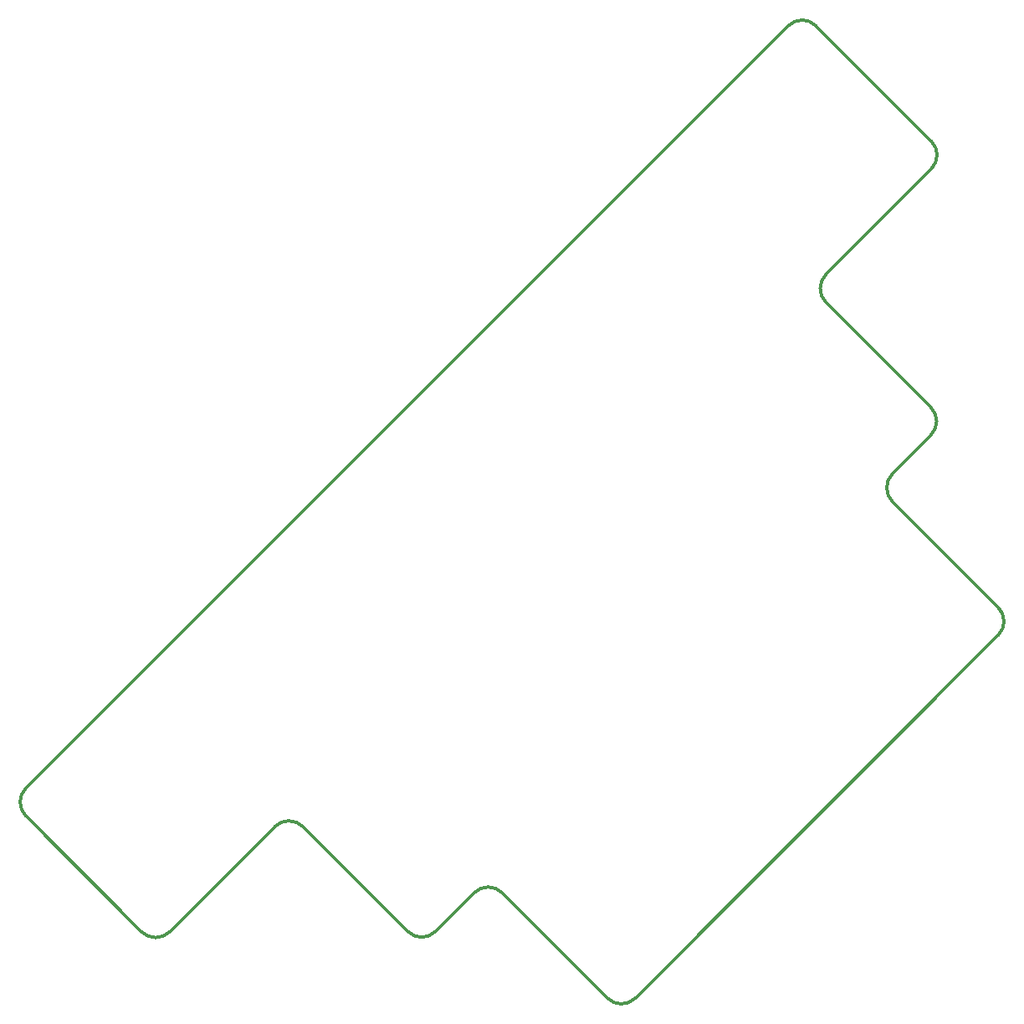
<source format=gm1>
G04 #@! TF.GenerationSoftware,KiCad,Pcbnew,8.0.5*
G04 #@! TF.CreationDate,2024-09-18T07:34:35+09:00*
G04 #@! TF.ProjectId,SandyLP_Plate_Middle,53616e64-794c-4505-9f50-6c6174655f4d,v.0*
G04 #@! TF.SameCoordinates,Original*
G04 #@! TF.FileFunction,Profile,NP*
%FSLAX46Y46*%
G04 Gerber Fmt 4.6, Leading zero omitted, Abs format (unit mm)*
G04 Created by KiCad (PCBNEW 8.0.5) date 2024-09-18 07:34:35*
%MOMM*%
%LPD*%
G01*
G04 APERTURE LIST*
G04 #@! TA.AperFunction,Profile*
%ADD10C,0.300000*%
G04 #@! TD*
G04 APERTURE END LIST*
D10*
X122613637Y-97133025D02*
X110888922Y-85408311D01*
X125442064Y-97133025D02*
X136091092Y-86483997D01*
X149526121Y-97090599D02*
X138919519Y-86483997D01*
X152354548Y-97090599D02*
X156261313Y-93183834D01*
X169749375Y-103843469D02*
X159089740Y-93183834D01*
X172577802Y-103843469D02*
X209291342Y-67123969D01*
X209291342Y-64295542D02*
X198591704Y-53595905D01*
X198591704Y-50767478D02*
X202473721Y-46871320D01*
X202473721Y-44042892D02*
X191861715Y-33430887D01*
X191861715Y-30602460D02*
X202517814Y-19932218D01*
X188027201Y-5441605D02*
X110888922Y-82579884D01*
X202517814Y-17103791D02*
X190855628Y-5441605D01*
X110888922Y-85408311D02*
G75*
G02*
X110888921Y-82579883I1414212J1414214D01*
G01*
X125442064Y-97133025D02*
G75*
G02*
X122613636Y-97133026I-1414214J1414212D01*
G01*
X136091092Y-86483997D02*
G75*
G02*
X138919518Y-86483997I1414213J-1414212D01*
G01*
X152354548Y-97090599D02*
G75*
G02*
X149526120Y-97090600I-1414214J1414212D01*
G01*
X156261313Y-93183834D02*
G75*
G02*
X159089739Y-93183834I1414213J-1414212D01*
G01*
X172577802Y-103843469D02*
G75*
G02*
X169749374Y-103843470I-1414214J1414212D01*
G01*
X198591704Y-53595905D02*
G75*
G02*
X198591722Y-50767497I1414091J1414195D01*
G01*
X209291342Y-64295542D02*
G75*
G02*
X209291346Y-67123972I-1414225J-1414217D01*
G01*
X191861715Y-33430887D02*
G75*
G02*
X191861713Y-30602458I1414212J1414215D01*
G01*
X202473721Y-44042892D02*
G75*
G02*
X202473739Y-46871338I-1414337J-1414232D01*
G01*
X188027201Y-5441605D02*
G75*
G02*
X190855620Y-5441612I1414206J-1414207D01*
G01*
X202517814Y-17103791D02*
G75*
G02*
X202517863Y-19932266I-1414307J-1414262D01*
G01*
M02*

</source>
